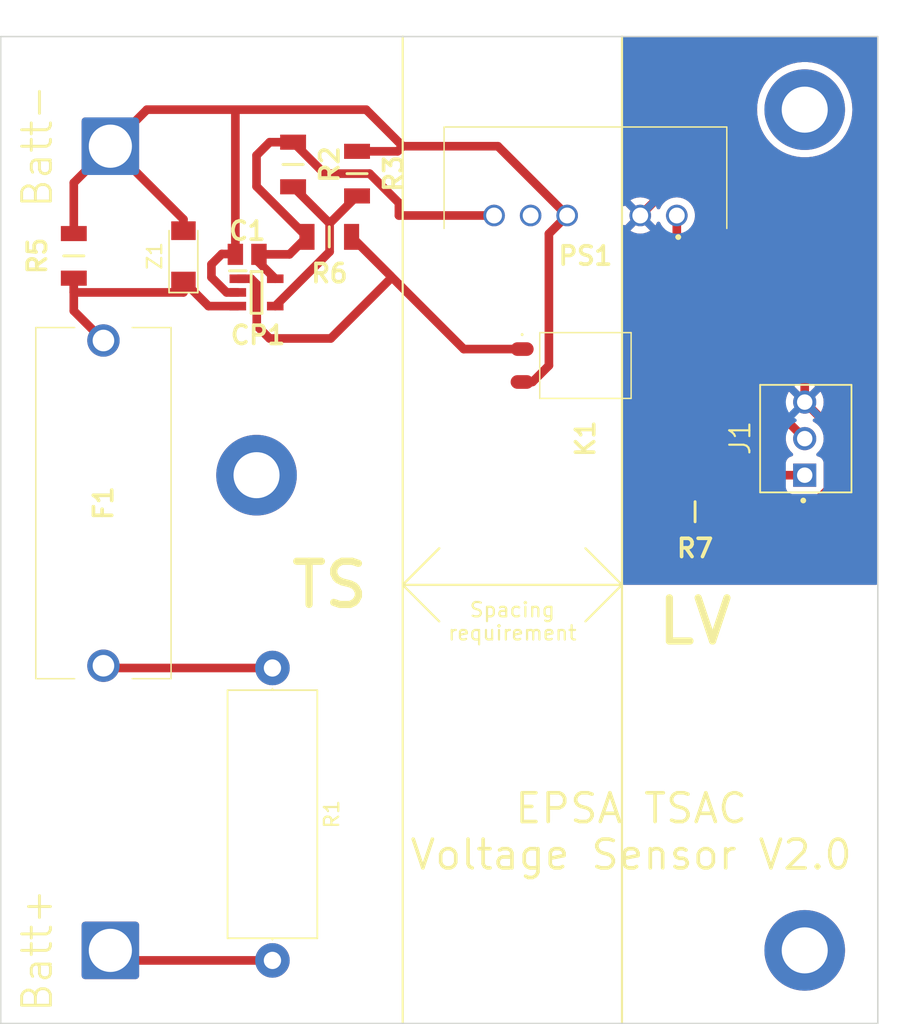
<source format=kicad_pcb>
(kicad_pcb (version 20221018) (generator pcbnew)
  (layers (0 "F.Cu" signal) (31 "B.Cu" signal) (34 "B.Paste" user) (35 "F.Paste" user) (36 "B.SilkS" user "B.Silkscreen") (37 "F.SilkS" user "F.Silkscreen") (38 "B.Mask" user) (39 "F.Mask" user) (44 "Edge.Cuts" user))
  (net 0 "")
  (net 1 "Comp")
  (net 2 "0")
  (net 3 "Net-(CP1-Pad4")
  (net 4 "+5V")
  (net 5 "Exit")
  (net 6 "+5VA")
  (net 7 "GND")
  (net 8 "+BATT")
  (net 9 "Net-(F1-Pad1)")
  (net 11 "Net-(CP1-Pad3)")
  (footprint "MountingHole:MountingHole_3.2mm_M3_DIN965_Pad" (layer "F.Cu") (at 93.98 86.36)
    (fp_text reference "REF**" hide)
    (fp_text value "MountingHole_3.2mm_M3_DIN965_Pad" hide)
    (pad "1" thru_hole circle (at 0 0) (size 5.6 5.6) (drill 3.2) (layers "*.Cu" "*.Mask"))
  )
  (footprint "Diode_SMD:D_MiniMELF" (layer "F.Cu") (at 88.9 71.12 90)
    (fp_text reference "Z1" (at 0 -2 90) (layer "F.SilkS"))
    (fp_text value "Zener TZM5224B-GS08")
    (fp_line (start -2.55 -1) (end -2.55 1) (stroke (width 0.12)) (layer "F.SilkS"))
    (fp_line (start -2.55 1) (end 1.75 1) (stroke (width 0.12)) (layer "F.SilkS"))
    (fp_line (start 1.75 -1) (end -2.55 -1) (stroke (width 0.12)) (layer "F.SilkS"))
    (pad "1" smd rect (at -1.75 0 90) (size 1.3 1.7) (layers "F.Cu" "F.Paste" "F.Mask") (net 11 "Net-(CP1-Pad3)"))
    (pad "2" smd rect (at 1.75 0 90) (size 1.3 1.7) (layers "F.Cu" "F.Paste" "F.Mask") (net 2 "0"))
  )
  (footprint "" (layer "F.Cu") (at 132.08 119.38)
    (fp_text reference "" (at 0 0) (layer "F.SilkS") (effects (font (size 1.27 1.27))))
    (fp_text value "" (at 0 0) (layer "F.SilkS") (effects (font (size 1.27 1.27))))
    (pad "1" thru_hole circle (at 0 0) (size 5.6 5.6) (drill 3.2) (layers "*.Cu" "*.Mask"))
  )
  (footprint "EPSA_lib:CPC1394GR" (layer "F.Cu") (at 116.84 78.74 -90)
    (fp_text reference "K1" (at 5.08 0 90) (layer "F.SilkS") (effects (font (size 1.27 1.27) (thickness 0.254))))
    (fp_text value "SSR CPC1394GR" hide)
    (fp_line (start -2.286 -3.175) (end 2.286 -3.175) (stroke (width 0.1)) (layer "F.SilkS"))
    (fp_line (start -2.286 3.175) (end -2.286 -3.175) (stroke (width 0.1)) (layer "F.SilkS"))
    (fp_line (start -2.2 4.4) (end -2.2 4.4) (stroke (width 0.1)) (layer "F.SilkS"))
    (fp_line (start -2.1 4.4) (end -2.1 4.4) (stroke (width 0.1)) (layer "F.SilkS"))
    (fp_line (start 2.286 -3.175) (end 2.286 3.175) (stroke (width 0.1)) (layer "F.SilkS"))
    (fp_line (start 2.286 3.175) (end -2.286 3.175) (stroke (width 0.1)) (layer "F.SilkS"))
    (fp_arc (start -2.2 4.4) (mid -2.15 4.35) (end -2.1 4.4) (stroke (width 0.1)) (layer "F.SilkS"))
    (fp_arc (start -2.1 4.4) (mid -2.15 4.45) (end -2.2 4.4) (stroke (width 0.1)) (layer "F.SilkS"))
    (pad "1" smd oval (at -1.143 4.4 270) (size 0.95 1.6) (layers "F.Cu" "F.Paste" "F.Mask") (net 1 "Comp"))
    (pad "2" smd oval (at 1.143 4.4 270) (size 0.95 1.6) (layers "F.Cu" "F.Paste" "F.Mask") (net 2 "0"))
    (pad "3" smd oval (at 1.143 -4.4 270) (size 0.95 1.6) (layers "F.Cu" "F.Paste" "F.Mask") (net 5 "Exit"))
    (pad "4" smd oval (at -1.143 -4.4 270) (size 0.95 1.6) (layers "F.Cu" "F.Paste" "F.Mask") (net 6 "+5VA"))
  )
  (footprint "EPSA_lib:RESC3216X70N" (layer "F.Cu") (at 96.52 64.77 90)
    (fp_text reference "R2" (at 0 2.54 90) (layer "F.SilkS") (effects (font (size 1.27 1.27) (thickness 0.254))))
    (fp_text value "Résistance RK73H2BLTDD2152F" hide)
    (fp_line (start 0 -0.7) (end 0 0.7) (stroke (width 0.2)) (layer "F.SilkS"))
    (pad "1" smd rect (at -1.55 0 90) (size 1.05 1.8) (layers "F.Cu" "F.Paste" "F.Mask") (net 3 "Net-(CP1-Pad4"))
    (pad "2" smd rect (at 1.55 0 90) (size 1.05 1.8) (layers "F.Cu" "F.Paste" "F.Mask") (net 4 "+5V"))
  )
  (footprint "EPSA_lib:SOT95P280X145-5N" (layer "F.Cu") (at 93.98 73.66)
    (fp_text reference "CP1" (at 0.103988 2.97137) (layer "F.SilkS") (effects (font (size 1.27 1.27) (thickness 0.254))))
    (fp_text value "Comparateur TS391ILT" hide)
    (fp_line (start -1.875 -1.5) (end -0.725 -1.5) (stroke (width 0.2)) (layer "F.SilkS"))
    (fp_line (start -0.375 -1.45) (end 0.375 -1.45) (stroke (width 0.2)) (layer "F.SilkS"))
    (fp_line (start -0.375 1.45) (end -0.375 -1.45) (stroke (width 0.2)) (layer "F.SilkS"))
    (fp_line (start 0.375 -1.45) (end 0.375 1.45) (stroke (width 0.2)) (layer "F.SilkS"))
    (fp_line (start 0.375 1.45) (end -0.375 1.45) (stroke (width 0.2)) (layer "F.SilkS"))
    (pad "1" smd rect (at -1.3 -0.95 90) (size 0.6 1.15) (layers "F.Cu" "F.Paste" "F.Mask") (net 1 "Comp"))
    (pad "2" smd rect (at -1.3 0 90) (size 0.6 1.15) (layers "F.Cu" "F.Paste" "F.Mask") (net 2 "0"))
    (pad "3" smd rect (at -1.3 0.95 90) (size 0.6 1.15) (layers "F.Cu" "F.Paste" "F.Mask") (net 11 "Net-(CP1-Pad3)"))
    (pad "4" smd rect (at 1.3 0.95 90) (size 0.6 1.15) (layers "F.Cu" "F.Paste" "F.Mask") (net 3 "Net-(CP1-Pad4"))
    (pad "5" smd rect (at 1.3 -0.95 90) (size 0.6 1.15) (layers "F.Cu" "F.Paste" "F.Mask") (net 4 "+5V"))
  )
  (footprint "EPSA_lib:RESC3216X70N" (layer "F.Cu") (at 100.965 65.405 90)
    (fp_text reference "R3" (at 0 2.54 90) (layer "F.SilkS") (effects (font (size 1.27 1.27) (thickness 0.254))))
    (fp_text value "Résistance RK73H2BLTDD2152F" hide)
    (fp_line (start 0 -0.7) (end 0 0.7) (stroke (width 0.2)) (layer "F.SilkS"))
    (pad "1" smd rect (at -1.55 0 90) (size 1.05 1.8) (layers "F.Cu" "F.Paste" "F.Mask") (net 3 "Net-(CP1-Pad4"))
    (pad "2" smd rect (at 1.55 0 90) (size 1.05 1.8) (layers "F.Cu" "F.Paste" "F.Mask") (net 2 "0"))
  )
  (footprint "EPSA_lib:RESC3216X70N" (layer "F.Cu") (at 124.46 88.9 180)
    (fp_text reference "R7" (at 0 -2.54) (layer "F.SilkS") (effects (font (size 1.27 1.27) (thickness 0.254))))
    (fp_text value "Résistance RK73H2BLTDD2152F" hide)
    (fp_line (start 0 -0.7) (end 0 0.7) (stroke (width 0.2)) (layer "F.SilkS"))
    (pad "1" smd rect (at -1.55 0 180) (size 1.05 1.8) (layers "F.Cu" "F.Paste" "F.Mask") (net 7 "GND"))
    (pad "2" smd rect (at 1.55 0 180) (size 1.05 1.8) (layers "F.Cu" "F.Paste" "F.Mask") (net 5 "Exit"))
  )
  (footprint "EPSA_lib:MOLEX_22-11-2032" (layer "F.Cu") (at 132.08 86.36 90)
    (fp_text reference "J1" (at 2.585 -4.489 90) (layer "F.SilkS") (effects (font (size 1.4 1.4))))
    (fp_text value "3P Droit 22-11-2032")
    (fp_line (start -1.195 -3.1) (end -1.195 3.25) (stroke (width 0.127)) (layer "F.SilkS"))
    (fp_line (start -1.195 3.25) (end 6.275 3.25) (stroke (width 0.127)) (layer "F.SilkS"))
    (fp_line (start 6.275 -3.1) (end -1.195 -3.1) (stroke (width 0.127)) (layer "F.SilkS"))
    (fp_line (start 6.275 3.25) (end 6.275 -3.1) (stroke (width 0.127)) (layer "F.SilkS"))
    (fp_circle (center -1.76 -0.1) (end -1.66 -0.1) (stroke (width 0.2)) (fill none) (layer "F.SilkS"))
    (pad "1" thru_hole rect (at 0 0 90) (size 1.61 1.61) (drill 1.07) (layers "*.Cu" "*.Mask") (net 5 "Exit"))
    (pad "2" thru_hole circle (at 2.54 0 90) (size 1.61 1.61) (drill 1.07) (layers "*.Cu" "*.Mask") (net 6 "+5VA"))
    (pad "3" thru_hole circle (at 5.08 0 90) (size 1.61 1.61) (drill 1.07) (layers "*.Cu" "*.Mask") (net 7 "GND"))
  )
  (footprint "Connector_Wire:SolderWire-2.5sqmm_1x01_D2.4mm_OD3.6mm" (layer "F.Cu") (at 83.82 63.5)
    (fp_text reference "TP2" hide)
    (fp_text value "TestPoint")
    (pad "1" thru_hole roundrect (at 0 0) (size 4 4) (drill 3) (layers "*.Cu" "*.Mask") (roundrect_rratio 0.0625) (net 2 "0"))
  )
  (footprint "Connector_Wire:SolderWire-2.5sqmm_1x01_D2.4mm_OD3.6mm" (layer "F.Cu") (at 83.82 119.38)
    (fp_text reference "TP1" hide)
    (fp_text value "TestPoint")
    (pad "1" thru_hole roundrect (at 0 0) (size 4 4) (drill 3) (layers "*.Cu" "*.Mask") (roundrect_rratio 0.0625) (net 8 "+BATT"))
  )
  (footprint "EPSA_lib:RESC3216X70N" (layer "F.Cu") (at 81.28 71.12 -90)
    (fp_text reference "R5" (at 0 2.54 90) (layer "F.SilkS") (effects (font (size 1.27 1.27) (thickness 0.254))))
    (fp_text value "Résistance RK73H2BLTDD2152F" hide)
    (fp_line (start 0 -0.7) (end 0 0.7) (stroke (width 0.2)) (layer "F.SilkS"))
    (pad "1" smd rect (at -1.55 0 270) (size 1.05 1.8) (layers "F.Cu" "F.Paste" "F.Mask") (net 2 "0"))
    (pad "2" smd rect (at 1.55 0 270) (size 1.05 1.8) (layers "F.Cu" "F.Paste" "F.Mask") (net 11 "Net-(CP1-Pad3)"))
  )
  (footprint "EPSA_lib:0PTF0078P" (layer "F.Cu") (at 83.339117 88.300885 90)
    (fp_text reference "F1" (at 0 0 90) (layer "F.SilkS") (effects (font (size 1.27 1.27) (thickness 0.254))))
    (fp_text value "Fuse" hide)
    (fp_line (start -12.2 -4.7) (end 12.2 -4.7) (stroke (width 0.1)) (layer "F.SilkS"))
    (fp_line (start -12.2 -2) (end -12.2 -4.7) (stroke (width 0.1)) (layer "F.SilkS"))
    (fp_line (start -12.2 2) (end -12.2 4.7) (stroke (width 0.1)) (layer "F.SilkS"))
    (fp_line (start -12.2 4.7) (end 12.2 4.7) (stroke (width 0.1)) (layer "F.SilkS"))
    (fp_line (start 12.2 -4.7) (end 12.2 -2) (stroke (width 0.1)) (layer "F.SilkS"))
    (fp_line (start 12.2 4.7) (end 12.2 2) (stroke (width 0.1)) (layer "F.SilkS"))
    (pad "1" thru_hole circle (at -11.3 0 90) (size 2.25 2.25) (drill 1.5) (layers "*.Cu" "*.Mask") (net 9 "Net-(F1-Pad1)"))
    (pad "2" thru_hole circle (at 11.3 0 90) (size 2.25 2.25) (drill 1.5) (layers "*.Cu" "*.Mask") (net 11 "Net-(CP1-Pad3)"))
  )
  (footprint "EPSA_lib:RESC3216X70N" (layer "F.Cu") (at 99.035212 69.799441 180)
    (fp_text reference "R6" (at -0.011901 -2.54) (layer "F.SilkS") (effects (font (size 1.27 1.27) (thickness 0.254))))
    (fp_text value "Résistance RK73H2BLTDD2152F" hide)
    (fp_line (start 0 -0.7) (end 0 0.7) (stroke (width 0.2)) (layer "F.SilkS"))
    (pad "1" smd rect (at -1.55 0 180) (size 1.05 1.8) (layers "F.Cu" "F.Paste" "F.Mask") (net 1 "Comp"))
    (pad "2" smd rect (at 1.55 0 180) (size 1.05 1.8) (layers "F.Cu" "F.Paste" "F.Mask") (net 4 "+5V"))
  )
  (footprint "EPSA_lib:CAPC2012X130N" (layer "F.Cu") (at 93.327966 71.013855)
    (fp_text reference "C1" (at 0.011623 -1.627268) (layer "F.SilkS") (effects (font (size 1.27 1.27) (thickness 0.254))))
    (fp_text value "Condensateur 0805Y1000104JXT" hide)
    (pad "1" smd rect (at -0.82 0) (size 1.07 1.47) (layers "F.Cu" "F.Paste" "F.Mask") (net 2 "0"))
    (pad "2" smd rect (at 0.82 0) (size 1.07 1.47) (layers "F.Cu" "F.Paste" "F.Mask") (net 4 "+5V"))
  )
  (footprint "" (layer "F.Cu") (at 132.08 60.96)
    (fp_text reference "" (at 0 0) (layer "F.SilkS") (effects (font (size 1.27 1.27))))
    (fp_text value "" (at 0 0) (layer "F.SilkS") (effects (font (size 1.27 1.27))))
    (pad "1" thru_hole circle (at 0 0) (size 5.6 5.6) (drill 3.2) (layers "*.Cu" "*.Mask"))
  )
  (footprint "Resistor_THT:R_Axial_DIN0617_L17.0mm_D6.0mm_P20.32mm_Horizontal" (layer "F.Cu") (at 95.085306 99.757822 -90)
    (fp_text reference "R1" (at 10.16 -4.12 -90) (layer "F.SilkS"))
    (fp_text value "Résistance RK73H2BLTDD2152F")
    (fp_line (start 1.44 0) (end 1.54 0) (stroke (width 0.12)) (layer "F.SilkS"))
    (fp_line (start 1.54 -3.12) (end 1.54 3.12) (stroke (width 0.12)) (layer "F.SilkS"))
    (fp_line (start 1.54 3.12) (end 18.78 3.12) (stroke (width 0.12)) (layer "F.SilkS"))
    (fp_line (start 18.78 -3.12) (end 1.54 -3.12) (stroke (width 0.12)) (layer "F.SilkS"))
    (fp_line (start 18.78 3.12) (end 18.78 -3.12) (stroke (width 0.12)) (layer "F.SilkS"))
    (fp_line (start 18.88 0) (end 18.78 0) (stroke (width 0.12)) (layer "F.SilkS"))
    (pad "1" thru_hole circle (at 0 0 270) (size 2.4 2.4) (drill 1.2) (layers "*.Cu" "*.Mask") (net 9 "Net-(F1-Pad1)"))
    (pad "2" thru_hole oval (at 20.32 0 270) (size 2.4 2.4) (drill 1.2) (layers "*.Cu" "*.Mask") (net 8 "+BATT"))
  )
  (footprint "EPSA_lib:PDM2S5S5S" (layer "F.Cu") (at 123.19 68.315 180)
    (fp_text reference "PS1" (at 6.35 -2.805) (layer "F.SilkS") (effects (font (size 1.27 1.27) (thickness 0.254))))
    (fp_text value "Alim Iso PDM2-S5-S5-S" hide)
    (fp_line (start -3.475 -0.9) (end -3.475 6.15) (stroke (width 0.1)) (layer "F.SilkS"))
    (fp_line (start -3.475 6.15) (end 16.175 6.15) (stroke (width 0.1)) (layer "F.SilkS"))
    (fp_line (start -0.2 -1.5) (end -0.2 -1.5) (stroke (width 0.2)) (layer "F.SilkS"))
    (fp_line (start 0 -1.5) (end 0 -1.5) (stroke (width 0.2)) (layer "F.SilkS"))
    (fp_line (start 16.175 6.15) (end 16.175 -0.9) (stroke (width 0.1)) (layer "F.SilkS"))
    (fp_arc (start -0.2 -1.5) (mid -0.1 -1.6) (end 0 -1.5) (stroke (width 0.2)) (layer "F.SilkS"))
    (fp_arc (start 0 -1.5) (mid -0.1 -1.4) (end -0.2 -1.5) (stroke (width 0.2)) (layer "F.SilkS"))
    (pad "1" thru_hole circle (at 0 0 180) (size 1.5 1.5) (drill 1.1) (layers "*.Cu" "*.Mask") (net 6 "+5VA"))
    (pad "2" thru_hole circle (at 2.54 0 180) (size 1.5 1.5) (drill 1.1) (layers "*.Cu" "*.Mask") (net 7 "GND"))
    (pad "4" thru_hole circle (at 7.62 0 180) (size 1.5 1.5) (drill 1.1) (layers "*.Cu" "*.Mask") (net 2 "0"))
    (pad "5" thru_hole circle (at 10.16 0 180) (size 1.5 1.5) (drill 1.1) (layers "*.Cu" "*.Mask"))
    (pad "6" thru_hole circle (at 12.7 0 180) (size 1.5 1.5) (drill 1.1) (layers "*.Cu" "*.Mask") (net 4 "+5V"))
  )
  (gr_line (start 119.38 55.88) (end 119.38 124.46) (stroke (width 0.15)) (layer "F.SilkS"))
  (gr_line (start 106.68 96.52) (end 104.14 93.98) (stroke (width 0.15)) (layer "F.SilkS"))
  (gr_line (start 116.84 91.44) (end 119.38 93.98) (stroke (width 0.15)) (layer "F.SilkS"))
  (gr_line (start 104.14 93.98) (end 106.68 91.44) (stroke (width 0.15)) (layer "F.SilkS"))
  (gr_line (start 104.14 55.88) (end 104.14 124.46) (stroke (width 0.15)) (layer "F.SilkS"))
  (gr_line (start 104.14 93.98) (end 119.38 93.98) (stroke (width 0.15)) (layer "F.SilkS"))
  (gr_line (start 119.38 93.98) (end 116.84 96.52) (stroke (width 0.15)) (layer "F.SilkS"))
  (gr_line (start 106.68 91.44) (end 104.14 93.98) (stroke (width 0.15)) (layer "F.SilkS"))
  (gr_rect (start 76.2 55.88) (end 137.16 124.46) (stroke (width 0.1)) (fill none) (layer "Edge.Cuts"))
  (gr_text "Batt+" (at 78.74 119.38 90) (layer "F.SilkS") (effects (font (size 2 2) (thickness 0.2))))
  (gr_text "TS" (at 99.06 93.98) (layer "F.SilkS") (effects (font (size 3 3) (thickness 0.5))))
  (gr_text "EPSA TSAC\nVoltage Sensor V2.0" (at 120.015 111.125) (layer "F.SilkS") (effects (font (size 2 2) (thickness 0.25))))
  (gr_text "Spacing\nrequirement" (at 111.76 96.52) (layer "F.SilkS") (effects (font (size 1 1))))
  (gr_text "Batt-" (at 78.74 63.5 90) (layer "F.SilkS") (effects (font (size 2 2) (thickness 0.2))))
  (gr_text "LV" (at 124.46 96.52) (layer "F.SilkS") (effects (font (size 3 3) (thickness 0.5))))
  (segment (start 103.296306 72.510535) (end 100.585212 69.799441) (width 0.6) (layer "F.Cu") (net 1))
  (segment (start 94.882187 76.857634) (end 99.137991 76.857634) (width 0.6) (layer "F.Cu") (net 1))
  (segment (start 92.68 72.71) (end 93.605 72.71) (width 0.6) (layer "F.Cu") (net 1))
  (segment (start 103.296306 72.699319) (end 103.296306 72.510535) (width 0.6) (layer "F.Cu") (net 1))
  (segment (start 112.44 77.597) (end 108.382771 77.597) (width 0.6) (layer "F.Cu") (net 1))
  (segment (start 93.995868 75.971315) (end 94.882187 76.857634) (width 0.6) (layer "F.Cu") (net 1))
  (segment (start 93.995868 73.100868) (end 93.995868 75.971315) (width 0.6) (layer "F.Cu") (net 1))
  (segment (start 99.137991 76.857634) (end 103.296306 72.699319) (width 0.6) (layer "F.Cu") (net 1))
  (segment (start 93.605 72.71) (end 93.995868 73.100868) (width 0.6) (layer "F.Cu") (net 1))
  (segment (start 108.382771 77.597) (end 100.585212 69.799441) (width 0.6) (layer "F.Cu") (net 1))
  (segment (start 110.755 63.5) (end 104.14 63.5) (width 0.6) (layer "F.Cu") (net 2))
  (segment (start 114.3 78.74) (end 113.157 79.883) (width 0.6) (layer "F.Cu") (net 2))
  (segment (start 104.14 63.5) (end 101.6 60.96) (width 0.6) (layer "F.Cu") (net 2))
  (segment (start 88.9 68.58) (end 88.9 69.37) (width 0.6) (layer "F.Cu") (net 2))
  (segment (start 92.646125 60.96) (end 86.36 60.96) (width 0.6) (layer "F.Cu") (net 2))
  (segment (start 103.785 63.855) (end 100.965 63.855) (width 0.6) (layer "F.Cu") (net 2))
  (segment (start 113.157 79.883) (end 112.44 79.883) (width 0.6) (layer "F.Cu") (net 2))
  (segment (start 91.567565 70.988805) (end 92.482916 70.988805) (width 0.6) (layer "F.Cu") (net 2))
  (segment (start 83.82 63.5) (end 88.9 68.58) (width 0.6) (layer "F.Cu") (net 2))
  (segment (start 83.82 63.5) (end 81.28 66.04) (width 0.6) (layer "F.Cu") (net 2))
  (segment (start 92.507966 61.098159) (end 92.646125 60.96) (width 0.6) (layer "F.Cu") (net 2))
  (segment (start 101.6 60.96) (end 92.646125 60.96) (width 0.6) (layer "F.Cu") (net 2))
  (segment (start 115.57 68.315) (end 110.755 63.5) (width 0.6) (layer "F.Cu") (net 2))
  (segment (start 115.57 68.315) (end 114.3 69.585) (width 0.6) (layer "F.Cu") (net 2))
  (segment (start 92.68 73.66) (end 91.899028 73.66) (width 0.6) (layer "F.Cu") (net 2))
  (segment (start 86.36 60.96) (end 83.82 63.5) (width 0.6) (layer "F.Cu") (net 2))
  (segment (start 81.28 66.04) (end 81.28 69.57) (width 0.6) (layer "F.Cu") (net 2))
  (segment (start 104.14 63.5) (end 103.785 63.855) (width 0.6) (layer "F.Cu") (net 2))
  (segment (start 92.507966 71.013855) (end 92.507966 61.098159) (width 0.6) (layer "F.Cu") (net 2))
  (segment (start 114.3 69.585) (end 114.3 78.74) (width 0.6) (layer "F.Cu") (net 2))
  (segment (start 90.846148 72.60712) (end 90.846148 71.710222) (width 0.6) (layer "F.Cu") (net 2))
  (segment (start 91.899028 73.66) (end 90.846148 72.60712) (width 0.6) (layer "F.Cu") (net 2))
  (segment (start 90.846148 71.710222) (end 91.567565 70.988805) (width 0.6) (layer "F.Cu") (net 2))
  (segment (start 99.06 70.83) (end 99.06 68.86) (width 0.6) (layer "F.Cu") (net 3))
  (segment (start 95.28 74.61) (end 99.06 70.83) (width 0.6) (layer "F.Cu") (net 3))
  (segment (start 99.06 68.86) (end 100.965 66.955) (width 0.6) (layer "F.Cu") (net 3))
  (segment (start 99.06 68.86) (end 96.52 66.32) (width 0.6) (layer "F.Cu") (net 3))
  (segment (start 93.98 64.135) (end 93.98 66.294229) (width 0.6) (layer "F.Cu") (net 4))
  (segment (start 103.875 67.44) (end 101.84 65.405) (width 0.6) (layer "F.Cu") (net 4))
  (segment (start 98.705 65.405) (end 96.52 63.22) (width 0.6) (layer "F.Cu") (net 4))
  (segment (start 96.270798 71.013855) (end 97.485212 69.799441) (width 0.6) (layer "F.Cu") (net 4))
  (segment (start 110.49 68.315) (end 103.875 68.315) (width 0.6) (layer "F.Cu") (net 4))
  (segment (start 96.52 63.22) (end 94.895 63.22) (width 0.6) (layer "F.Cu") (net 4))
  (segment (start 94.147966 71.577966) (end 95.28 72.71) (width 0.6) (layer "F.Cu") (net 4))
  (segment (start 93.98 66.294229) (end 97.485212 69.799441) (width 0.6) (layer "F.Cu") (net 4))
  (segment (start 94.147966 71.013855) (end 96.270798 71.013855) (width 0.6) (layer "F.Cu") (net 4))
  (segment (start 103.875 68.315) (end 103.875 67.44) (width 0.6) (layer "F.Cu") (net 4))
  (segment (start 94.895 63.22) (end 93.98 64.135) (width 0.6) (layer "F.Cu") (net 4))
  (segment (start 94.147966 71.013855) (end 94.147966 71.577966) (width 0.6) (layer "F.Cu") (net 4))
  (segment (start 101.84 65.405) (end 98.705 65.405) (width 0.6) (layer "F.Cu") (net 4))
  (segment (start 121.24 79.883) (end 121.24 87.23) (width 0.6) (layer "F.Cu") (net 5))
  (segment (start 132.08 86.36) (end 125.45 86.36) (width 0.6) (layer "F.Cu") (net 5))
  (segment (start 121.24 87.23) (end 122.91 88.9) (width 0.6) (layer "F.Cu") (net 5))
  (segment (start 125.45 86.36) (end 122.91 88.9) (width 0.6) (layer "F.Cu") (net 5))
  (segment (start 121.24 77.597) (end 125.857 77.597) (width 0.6) (layer "F.Cu") (net 6))
  (segment (start 125.857 77.597) (end 132.08 83.82) (width 0.6) (layer "F.Cu") (net 6))
  (segment (start 123.19 74.93) (end 125.857 77.597) (width 0.6) (layer "F.Cu") (net 6))
  (segment (start 123.19 68.315) (end 123.19 74.93) (width 0.6) (layer "F.Cu") (net 6))
  (segment (start 127 66.04) (end 132.08 71.12) (width 0.6) (layer "F.Cu") (net 7))
  (segment (start 132.15 88.9) (end 134.62 86.43) (width 0.6) (layer "F.Cu") (net 7))
  (segment (start 134.62 86.43) (end 134.62 83.82) (width 0.6) (layer "F.Cu") (net 7))
  (segment (start 121.1525 67.8125) (end 122.925 66.04) (width 0.6) (layer "F.Cu") (net 7))
  (segment (start 122.925 66.04) (end 127 66.04) (width 0.6) (layer "F.Cu") (net 7))
  (segment (start 134.62 83.82) (end 132.08 81.28) (width 0.6) (layer "F.Cu") (net 7))
  (segment (start 120.65 68.315) (end 121.1525 67.8125) (width 0.6) (layer "F.Cu") (net 7))
  (segment (start 132.08 71.12) (end 132.08 81.28) (width 0.6) (layer "F.Cu") (net 7))
  (segment (start 126.01 88.9) (end 132.15 88.9) (width 0.6) (layer "F.Cu") (net 7))
  (segment (start 84.517822 120.077822) (end 95.085306 120.077822) (width 0.6) (layer "F.Cu") (net 8))
  (segment (start 95.085306 99.757822) (end 83.496054 99.757822) (width 0.6) (layer "F.Cu") (net 9))
  (segment (start 88.9 72.87) (end 90.64 74.61) (width 0.6) (layer "F.Cu") (net 11))
  (segment (start 88.9 73.66) (end 81.28 73.66) (width 0.6) (layer "F.Cu") (net 11))
  (segment (start 81.28 72.67) (end 81.28 73.66) (width 0.6) (layer "F.Cu") (net 11))
  (segment (start 88.9 72.87) (end 88.9 73.66) (width 0.6) (layer "F.Cu") (net 11))
  (segment (start 83.339117 77.000885) (end 81.28 74.941768) (width 0.6) (layer "F.Cu") (net 11))
  (segment (start 81.28 74.941768) (end 81.28 72.67) (width 0.6) (layer "F.Cu") (net 11))
  (segment (start 90.64 74.61) (end 92.68 74.61) (width 0.6) (layer "F.Cu") (net 11))
  (zone (net 7) (net_name "GND") (layers "F&B.Cu") (connect_pads (clearance 0.508)) (min_thickness 0.254) (fill yes (thermal_gap 0.508) (thermal_bridge_width 0.508))
    (polygon (pts (xy 139.7 93.98) (xy 119.38 93.98) (xy 119.38 53.34) (xy 139.7 53.34)))
  )
)
</source>
